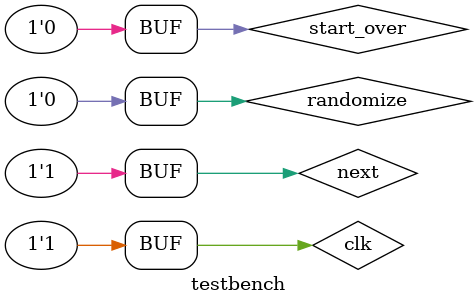
<source format=sv>
module testbench();
  
  logic clk, randomize, next, start_over;
  logic [3:0] seq;
  
  sequence_generator dut(.clk, .randomize, .next, .start_over, .seq);
  
  always begin
    clk = 0; #5; clk = 1; #5;
  end
  
  initial begin
    
    #2;
    
    randomize = 1;
    next = 1;
    start_over = 1;
    
    #20;
    
    randomize = 0;
    start_over = 0;
    next = 1;
    
    #5000;
    
  end
  
endmodule 
</source>
